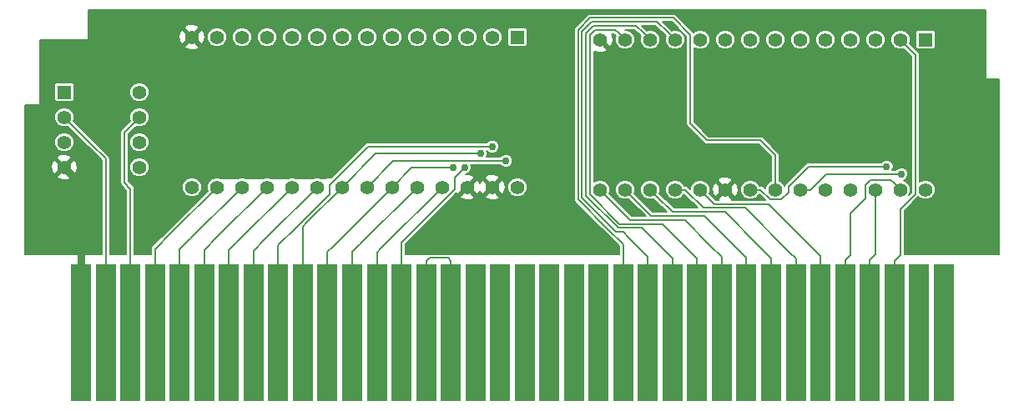
<source format=gbr>
G04 #@! TF.GenerationSoftware,KiCad,Pcbnew,(2016-12-22 revision d365dc590)-master*
G04 #@! TF.CreationDate,2016-12-28T11:12:27+01:00*
G04 #@! TF.ProjectId,mojo-nes,6D6F6A6F2D6E65732E6B696361645F70,rev?*
G04 #@! TF.FileFunction,Copper,L2,Bot,Signal*
G04 #@! TF.FilePolarity,Positive*
%FSLAX46Y46*%
G04 Gerber Fmt 4.6, Leading zero omitted, Abs format (unit mm)*
G04 Created by KiCad (PCBNEW (2016-12-22 revision d365dc590)-master) date Wed Dec 28 11:12:27 2016*
%MOMM*%
%LPD*%
G01*
G04 APERTURE LIST*
%ADD10C,0.100000*%
%ADD11R,1.397000X1.397000*%
%ADD12C,1.397000*%
%ADD13R,2.000000X14.000000*%
%ADD14C,0.889000*%
%ADD15C,0.762000*%
%ADD16C,0.762000*%
%ADD17C,0.381000*%
%ADD18C,0.203200*%
G04 APERTURE END LIST*
D10*
D11*
X184150000Y-94742000D03*
D12*
X181610000Y-94742000D03*
X179070000Y-94742000D03*
X176530000Y-94742000D03*
X173990000Y-94742000D03*
X171450000Y-94742000D03*
X168910000Y-94742000D03*
X166370000Y-94742000D03*
X163830000Y-94742000D03*
X161290000Y-94742000D03*
X158750000Y-94742000D03*
X156210000Y-94742000D03*
X153670000Y-94742000D03*
X151130000Y-94742000D03*
X151130000Y-109982000D03*
X153670000Y-109982000D03*
X156210000Y-109982000D03*
X158750000Y-109982000D03*
X161290000Y-109982000D03*
X163830000Y-109982000D03*
X166370000Y-109982000D03*
X168910000Y-109982000D03*
X171450000Y-109982000D03*
X173990000Y-109982000D03*
X176530000Y-109982000D03*
X179070000Y-109982000D03*
X181610000Y-109982000D03*
X184150000Y-109982000D03*
D11*
X142748000Y-94488000D03*
D12*
X140208000Y-94488000D03*
X137668000Y-94488000D03*
X135128000Y-94488000D03*
X132588000Y-94488000D03*
X130048000Y-94488000D03*
X127508000Y-94488000D03*
X124968000Y-94488000D03*
X122428000Y-94488000D03*
X119888000Y-94488000D03*
X117348000Y-94488000D03*
X114808000Y-94488000D03*
X112268000Y-94488000D03*
X109728000Y-94488000D03*
X109728000Y-109728000D03*
X112268000Y-109728000D03*
X114808000Y-109728000D03*
X117348000Y-109728000D03*
X119888000Y-109728000D03*
X122428000Y-109728000D03*
X124968000Y-109728000D03*
X127508000Y-109728000D03*
X130048000Y-109728000D03*
X132588000Y-109728000D03*
X135128000Y-109728000D03*
X137668000Y-109728000D03*
X140208000Y-109728000D03*
X142748000Y-109728000D03*
D11*
X96774000Y-100076000D03*
D12*
X96774000Y-102616000D03*
X96774000Y-105156000D03*
X96774000Y-107696000D03*
X104394000Y-107696000D03*
X104394000Y-105156000D03*
X104394000Y-102616000D03*
X104394000Y-100076000D03*
D13*
X185990000Y-124460000D03*
X183490000Y-124460000D03*
X180990000Y-124460000D03*
X178490000Y-124460000D03*
X175990000Y-124460000D03*
X173490000Y-124460000D03*
X170990000Y-124460000D03*
X168490000Y-124460000D03*
X165990000Y-124460000D03*
X163490000Y-124460000D03*
X160990000Y-124460000D03*
X158490000Y-124460000D03*
X155990000Y-124460000D03*
X153490000Y-124460000D03*
X150990000Y-124460000D03*
X148490000Y-124460000D03*
X145990000Y-124460000D03*
X143490000Y-124460000D03*
X140990000Y-124460000D03*
X138490000Y-124460000D03*
X135990000Y-124460000D03*
X133490000Y-124460000D03*
X130990000Y-124460000D03*
X128490000Y-124460000D03*
X125990000Y-124460000D03*
X123490000Y-124460000D03*
X120990000Y-124460000D03*
X118490000Y-124460000D03*
X115990000Y-124460000D03*
X113490000Y-124460000D03*
X110990000Y-124460000D03*
X108490000Y-124460000D03*
X105990000Y-124460000D03*
X103490000Y-124460000D03*
X100990000Y-124460000D03*
X98490000Y-124460000D03*
D14*
X186055000Y-109728000D03*
X186055000Y-111252000D03*
X186055000Y-114300000D03*
X186055000Y-115697000D03*
X186055000Y-112776000D03*
D15*
X98044000Y-97282000D03*
X147828000Y-106172000D03*
X147828000Y-104648000D03*
X147828000Y-103124000D03*
X147828000Y-101600000D03*
X147828000Y-100076000D03*
X151130000Y-100076000D03*
X151130000Y-101600000D03*
X151130000Y-103124000D03*
X151130000Y-104648000D03*
X151130000Y-106172000D03*
X181711600Y-108381800D03*
X180213000Y-107619800D03*
X141579600Y-107061000D03*
X137388600Y-107746820D03*
X136245600Y-107746820D03*
X139042800Y-106321842D03*
X140208000Y-105587800D03*
D16*
X98490000Y-124680000D02*
X98490000Y-109412000D01*
X98490000Y-109412000D02*
X96774000Y-107696000D01*
D17*
X147828000Y-106264458D02*
X147828000Y-106172000D01*
X140208000Y-109728000D02*
X141300201Y-110820201D01*
X141300201Y-110820201D02*
X143718614Y-110820201D01*
X143718614Y-110820201D02*
X147828000Y-106710815D01*
X147828000Y-106710815D02*
X147828000Y-106172000D01*
X147828000Y-104648000D02*
X147828000Y-103124000D01*
X147828000Y-101600000D02*
X147828000Y-100076000D01*
X151130000Y-100076000D02*
X151130000Y-101600000D01*
X151130000Y-103124000D02*
X151130000Y-104648000D01*
X160020000Y-106172000D02*
X163830000Y-109982000D01*
X151130000Y-106172000D02*
X160020000Y-106172000D01*
D18*
X171450000Y-109982000D02*
X172437828Y-109982000D01*
X172437828Y-109982000D02*
X174038028Y-108381800D01*
X174038028Y-108381800D02*
X181172785Y-108381800D01*
X181172785Y-108381800D02*
X181711600Y-108381800D01*
X166370000Y-109982000D02*
X167425114Y-109982000D01*
X167425114Y-109982000D02*
X168428415Y-110985301D01*
X168428415Y-110985301D02*
X169481499Y-110985301D01*
X172327314Y-107619800D02*
X179674185Y-107619800D01*
X169481499Y-110985301D02*
X170230800Y-110236000D01*
X170230800Y-110236000D02*
X170230800Y-109716314D01*
X170230800Y-109716314D02*
X172327314Y-107619800D01*
X179674185Y-107619800D02*
X180213000Y-107619800D01*
X127508000Y-109728000D02*
X130175000Y-107061000D01*
X130175000Y-107061000D02*
X138710414Y-107061000D01*
X138710414Y-107061000D02*
X141579600Y-107061000D01*
X181610000Y-111963200D02*
X183146699Y-110426501D01*
X183146699Y-110426501D02*
X183146699Y-96278699D01*
X183146699Y-96278699D02*
X182308499Y-95440499D01*
X182308499Y-95440499D02*
X181610000Y-94742000D01*
X180990000Y-117204560D02*
X180990000Y-124460000D01*
X181610000Y-116584560D02*
X180990000Y-117204560D01*
X181610000Y-116584560D02*
X181610000Y-111963200D01*
X178490000Y-117103660D02*
X178490000Y-124460000D01*
X179070000Y-116523660D02*
X178490000Y-117103660D01*
X179070000Y-116523660D02*
X179070000Y-109982000D01*
X180606699Y-108978699D02*
X180911501Y-109283501D01*
X176530000Y-112420400D02*
X178066699Y-110883701D01*
X178066699Y-110883701D02*
X178066699Y-109500415D01*
X178066699Y-109500415D02*
X178588415Y-108978699D01*
X180911501Y-109283501D02*
X181610000Y-109982000D01*
X178588415Y-108978699D02*
X180606699Y-108978699D01*
X175990000Y-117138340D02*
X175990000Y-124460000D01*
X176530000Y-116598340D02*
X175990000Y-117138340D01*
X176530000Y-116598340D02*
X176530000Y-112420400D01*
X168224180Y-111429780D02*
X162737780Y-111429780D01*
X162737780Y-111429780D02*
X161988499Y-110680499D01*
X161988499Y-110680499D02*
X161290000Y-109982000D01*
X173490000Y-116695600D02*
X173490000Y-124460000D01*
X172303440Y-115509040D02*
X173490000Y-116695600D01*
X172303440Y-115509040D02*
X168224180Y-111429780D01*
X165861990Y-111836190D02*
X161592018Y-111836190D01*
X161592018Y-111836190D02*
X159737828Y-109982000D01*
X159737828Y-109982000D02*
X158750000Y-109982000D01*
X170990000Y-116964200D02*
X170990000Y-124460000D01*
X170360340Y-116334540D02*
X170990000Y-116964200D01*
X170360340Y-116334540D02*
X165861990Y-111836190D01*
X163804600Y-112242600D02*
X158470600Y-112242600D01*
X158470600Y-112242600D02*
X156908499Y-110680499D01*
X156908499Y-110680499D02*
X156210000Y-109982000D01*
X168490000Y-116928000D02*
X168490000Y-124460000D01*
X167259000Y-115697000D02*
X168490000Y-116928000D01*
X167259000Y-115697000D02*
X163804600Y-112242600D01*
X156337010Y-112649010D02*
X154368499Y-110680499D01*
X154368499Y-110680499D02*
X153670000Y-109982000D01*
X161721810Y-112649010D02*
X156337010Y-112649010D01*
X165990000Y-116917200D02*
X165990000Y-124460000D01*
X164774880Y-115702080D02*
X165990000Y-116917200D01*
X164774880Y-115702080D02*
X161721810Y-112649010D01*
X159740619Y-113055419D02*
X154203419Y-113055419D01*
X154203419Y-113055419D02*
X151828499Y-110680499D01*
X151828499Y-110680499D02*
X151130000Y-109982000D01*
X163490000Y-116804800D02*
X163490000Y-124460000D01*
X162260280Y-115575080D02*
X163490000Y-116804800D01*
X162260280Y-115575080D02*
X159740619Y-113055419D01*
X150126699Y-110463585D02*
X150126699Y-94260415D01*
X157480029Y-113461829D02*
X153124943Y-113461829D01*
X150648415Y-93738699D02*
X152666699Y-93738699D01*
X152971501Y-94043501D02*
X153670000Y-94742000D01*
X153124943Y-113461829D02*
X150126699Y-110463585D01*
X150126699Y-94260415D02*
X150648415Y-93738699D01*
X152666699Y-93738699D02*
X152971501Y-94043501D01*
X160990000Y-116971800D02*
X160990000Y-124460000D01*
X159423100Y-115404900D02*
X160990000Y-116971800D01*
X159423100Y-115404900D02*
X157480029Y-113461829D01*
X155361439Y-113868239D02*
X152956602Y-113868238D01*
X152956602Y-113868238D02*
X149720289Y-110631925D01*
X149720289Y-110631925D02*
X149720290Y-94092074D01*
X149720290Y-94092074D02*
X150480075Y-93332289D01*
X150480075Y-93332289D02*
X154800289Y-93332289D01*
X154800289Y-93332289D02*
X155511501Y-94043501D01*
X155511501Y-94043501D02*
X156210000Y-94742000D01*
X158490000Y-116996800D02*
X158490000Y-124460000D01*
X156880440Y-115387240D02*
X158490000Y-116996800D01*
X156880440Y-115387240D02*
X155361439Y-113868239D01*
X149313881Y-110807481D02*
X149313881Y-93923733D01*
X156933879Y-92925879D02*
X158051501Y-94043501D01*
X153466848Y-114274648D02*
X152781048Y-114274648D01*
X152781048Y-114274648D02*
X149313881Y-110807481D01*
X149313881Y-93923733D02*
X150311735Y-92925879D01*
X150311735Y-92925879D02*
X156933879Y-92925879D01*
X158051501Y-94043501D02*
X158750000Y-94742000D01*
X155990000Y-116797800D02*
X155990000Y-124460000D01*
X154053540Y-114861340D02*
X155990000Y-116797800D01*
X154053540Y-114861340D02*
X153466848Y-114274648D01*
X168910000Y-106476800D02*
X168910000Y-109982000D01*
X162001200Y-104978200D02*
X167411400Y-104978200D01*
X160286699Y-103263699D02*
X162001200Y-104978200D01*
X150143395Y-92519469D02*
X158545753Y-92519469D01*
X158545753Y-92519469D02*
X160286699Y-94260415D01*
X148907472Y-93755392D02*
X150143395Y-92519469D01*
X160286699Y-94260415D02*
X160286699Y-103263699D01*
X148907471Y-110975821D02*
X148907472Y-93755392D01*
X167411400Y-104978200D02*
X168910000Y-106476800D01*
X153490000Y-115558350D02*
X153490000Y-124460000D01*
X151848465Y-113916815D02*
X153490000Y-115558350D01*
X151848465Y-113916815D02*
X148907471Y-110975821D01*
X133490000Y-117256800D02*
X133836800Y-116910000D01*
X133490000Y-124460000D02*
X133490000Y-117256800D01*
X135990000Y-117210000D02*
X135990000Y-124460000D01*
X135690000Y-116910000D02*
X135990000Y-117210000D01*
X133836800Y-116910000D02*
X135690000Y-116910000D01*
X137007601Y-108127819D02*
X137388600Y-107746820D01*
X136398000Y-108737420D02*
X137007601Y-108127819D01*
X136398000Y-109942886D02*
X136398000Y-108737420D01*
X130990000Y-115350886D02*
X130990000Y-124460000D01*
X131135501Y-115205385D02*
X130990000Y-115350886D01*
X131135501Y-115205385D02*
X136398000Y-109942886D01*
X128490000Y-116366000D02*
X128490000Y-124460000D01*
X128882140Y-115973860D02*
X128490000Y-116366000D01*
X128882140Y-115973860D02*
X135128000Y-109728000D01*
X125990000Y-116326000D02*
X125990000Y-124460000D01*
X126773940Y-115542060D02*
X125990000Y-116326000D01*
X126773940Y-115542060D02*
X132588000Y-109728000D01*
X130048000Y-109728000D02*
X132029180Y-107746820D01*
X132029180Y-107746820D02*
X135706785Y-107746820D01*
X135706785Y-107746820D02*
X136245600Y-107746820D01*
X123490000Y-116286000D02*
X123490000Y-124460000D01*
X124008865Y-115767135D02*
X123490000Y-116286000D01*
X124008865Y-115767135D02*
X130048000Y-109728000D01*
X123490000Y-116286000D02*
X123490000Y-130508642D01*
X128374158Y-106321842D02*
X138503985Y-106321842D01*
X138503985Y-106321842D02*
X139042800Y-106321842D01*
X124968000Y-109728000D02*
X128374158Y-106321842D01*
X120990000Y-113706000D02*
X120990000Y-124460000D01*
X121336525Y-113359475D02*
X120990000Y-113706000D01*
X121336525Y-113359475D02*
X124968000Y-109728000D01*
X127623314Y-105587800D02*
X139669185Y-105587800D01*
X123698000Y-109513114D02*
X127623314Y-105587800D01*
X123698000Y-110423250D02*
X123698000Y-109513114D01*
X139669185Y-105587800D02*
X140208000Y-105587800D01*
X118490000Y-115631250D02*
X118490000Y-124460000D01*
X120306745Y-113814505D02*
X118490000Y-115631250D01*
X120306745Y-113814505D02*
X123698000Y-110423250D01*
X115990000Y-116166000D02*
X115990000Y-124460000D01*
X117114320Y-115041680D02*
X115990000Y-116166000D01*
X117114320Y-115041680D02*
X122428000Y-109728000D01*
X113490000Y-116126000D02*
X113490000Y-124460000D01*
X114259360Y-115356640D02*
X113490000Y-116126000D01*
X114259360Y-115356640D02*
X119888000Y-109728000D01*
X110990000Y-116086000D02*
X110990000Y-124460000D01*
X112288320Y-114787680D02*
X110990000Y-116086000D01*
X112288320Y-114787680D02*
X117348000Y-109728000D01*
X108490000Y-116046000D02*
X108490000Y-124460000D01*
X109565440Y-114970560D02*
X108490000Y-116046000D01*
X109565440Y-114970560D02*
X114808000Y-109728000D01*
X105990000Y-116006000D02*
X105990000Y-124460000D01*
X107624880Y-114371120D02*
X105990000Y-116006000D01*
X107624880Y-114371120D02*
X112268000Y-109728000D01*
X102870000Y-104140000D02*
X104394000Y-102616000D01*
X103490000Y-109896797D02*
X103490000Y-124460000D01*
X102870000Y-109276797D02*
X103490000Y-109896797D01*
X102870000Y-109276797D02*
X102870000Y-104140000D01*
X100990000Y-106832000D02*
X100990000Y-124460000D01*
X99490581Y-105332581D02*
X100990000Y-106832000D01*
X99490581Y-105332581D02*
X96774000Y-102616000D01*
G36*
X190220600Y-98628200D02*
X190228334Y-98667081D01*
X190250358Y-98700042D01*
X190283319Y-98722066D01*
X190322200Y-98729800D01*
X191617600Y-98729800D01*
X191617600Y-116560600D01*
X182016400Y-116560600D01*
X182016400Y-112131536D01*
X183434068Y-110713869D01*
X183445648Y-110696538D01*
X183580934Y-110832061D01*
X183949556Y-110985126D01*
X184348693Y-110985474D01*
X184717581Y-110833052D01*
X185000061Y-110551066D01*
X185153126Y-110182444D01*
X185153474Y-109783307D01*
X185001052Y-109414419D01*
X184719066Y-109131939D01*
X184350444Y-108978874D01*
X183951307Y-108978526D01*
X183582419Y-109130948D01*
X183553099Y-109160217D01*
X183553099Y-96278699D01*
X183522164Y-96123176D01*
X183434067Y-95991331D01*
X182546246Y-95103510D01*
X182613126Y-94942444D01*
X182613474Y-94543307D01*
X182461052Y-94174419D01*
X182330362Y-94043500D01*
X183140729Y-94043500D01*
X183140729Y-95440500D01*
X183164385Y-95559427D01*
X183231752Y-95660248D01*
X183332573Y-95727615D01*
X183451500Y-95751271D01*
X184848500Y-95751271D01*
X184967427Y-95727615D01*
X185068248Y-95660248D01*
X185135615Y-95559427D01*
X185159271Y-95440500D01*
X185159271Y-94043500D01*
X185135615Y-93924573D01*
X185068248Y-93823752D01*
X184967427Y-93756385D01*
X184848500Y-93732729D01*
X183451500Y-93732729D01*
X183332573Y-93756385D01*
X183231752Y-93823752D01*
X183164385Y-93924573D01*
X183140729Y-94043500D01*
X182330362Y-94043500D01*
X182179066Y-93891939D01*
X181810444Y-93738874D01*
X181411307Y-93738526D01*
X181042419Y-93890948D01*
X180759939Y-94172934D01*
X180606874Y-94541556D01*
X180606526Y-94940693D01*
X180758948Y-95309581D01*
X181040934Y-95592061D01*
X181409556Y-95745126D01*
X181808693Y-95745474D01*
X181971477Y-95678213D01*
X182740299Y-96447035D01*
X182740299Y-110258164D01*
X182469053Y-110529410D01*
X182613126Y-110182444D01*
X182613474Y-109783307D01*
X182461052Y-109414419D01*
X182179066Y-109131939D01*
X181936130Y-109031063D01*
X182099567Y-108963532D01*
X182292654Y-108770782D01*
X182397281Y-108518813D01*
X182397519Y-108245984D01*
X182293332Y-107993833D01*
X182100582Y-107800746D01*
X181848613Y-107696119D01*
X181575784Y-107695881D01*
X181323633Y-107800068D01*
X181147994Y-107975400D01*
X180807915Y-107975400D01*
X180898681Y-107756813D01*
X180898919Y-107483984D01*
X180794732Y-107231833D01*
X180601982Y-107038746D01*
X180350013Y-106934119D01*
X180077184Y-106933881D01*
X179825033Y-107038068D01*
X179649394Y-107213400D01*
X172327314Y-107213400D01*
X172171792Y-107244334D01*
X172039946Y-107332431D01*
X169943432Y-109428946D01*
X169855335Y-109560791D01*
X169844350Y-109616016D01*
X169761052Y-109414419D01*
X169479066Y-109131939D01*
X169316400Y-109064394D01*
X169316400Y-106476800D01*
X169285465Y-106321277D01*
X169197368Y-106189431D01*
X167698768Y-104690832D01*
X167566923Y-104602735D01*
X167411400Y-104571800D01*
X162169537Y-104571800D01*
X160693099Y-103095363D01*
X160693099Y-95564177D01*
X160720934Y-95592061D01*
X161089556Y-95745126D01*
X161488693Y-95745474D01*
X161857581Y-95593052D01*
X162140061Y-95311066D01*
X162293126Y-94942444D01*
X162293127Y-94940693D01*
X162826526Y-94940693D01*
X162978948Y-95309581D01*
X163260934Y-95592061D01*
X163629556Y-95745126D01*
X164028693Y-95745474D01*
X164397581Y-95593052D01*
X164680061Y-95311066D01*
X164833126Y-94942444D01*
X164833127Y-94940693D01*
X165366526Y-94940693D01*
X165518948Y-95309581D01*
X165800934Y-95592061D01*
X166169556Y-95745126D01*
X166568693Y-95745474D01*
X166937581Y-95593052D01*
X167220061Y-95311066D01*
X167373126Y-94942444D01*
X167373127Y-94940693D01*
X167906526Y-94940693D01*
X168058948Y-95309581D01*
X168340934Y-95592061D01*
X168709556Y-95745126D01*
X169108693Y-95745474D01*
X169477581Y-95593052D01*
X169760061Y-95311066D01*
X169913126Y-94942444D01*
X169913127Y-94940693D01*
X170446526Y-94940693D01*
X170598948Y-95309581D01*
X170880934Y-95592061D01*
X171249556Y-95745126D01*
X171648693Y-95745474D01*
X172017581Y-95593052D01*
X172300061Y-95311066D01*
X172453126Y-94942444D01*
X172453127Y-94940693D01*
X172986526Y-94940693D01*
X173138948Y-95309581D01*
X173420934Y-95592061D01*
X173789556Y-95745126D01*
X174188693Y-95745474D01*
X174557581Y-95593052D01*
X174840061Y-95311066D01*
X174993126Y-94942444D01*
X174993127Y-94940693D01*
X175526526Y-94940693D01*
X175678948Y-95309581D01*
X175960934Y-95592061D01*
X176329556Y-95745126D01*
X176728693Y-95745474D01*
X177097581Y-95593052D01*
X177380061Y-95311066D01*
X177533126Y-94942444D01*
X177533127Y-94940693D01*
X178066526Y-94940693D01*
X178218948Y-95309581D01*
X178500934Y-95592061D01*
X178869556Y-95745126D01*
X179268693Y-95745474D01*
X179637581Y-95593052D01*
X179920061Y-95311066D01*
X180073126Y-94942444D01*
X180073474Y-94543307D01*
X179921052Y-94174419D01*
X179639066Y-93891939D01*
X179270444Y-93738874D01*
X178871307Y-93738526D01*
X178502419Y-93890948D01*
X178219939Y-94172934D01*
X178066874Y-94541556D01*
X178066526Y-94940693D01*
X177533127Y-94940693D01*
X177533474Y-94543307D01*
X177381052Y-94174419D01*
X177099066Y-93891939D01*
X176730444Y-93738874D01*
X176331307Y-93738526D01*
X175962419Y-93890948D01*
X175679939Y-94172934D01*
X175526874Y-94541556D01*
X175526526Y-94940693D01*
X174993127Y-94940693D01*
X174993474Y-94543307D01*
X174841052Y-94174419D01*
X174559066Y-93891939D01*
X174190444Y-93738874D01*
X173791307Y-93738526D01*
X173422419Y-93890948D01*
X173139939Y-94172934D01*
X172986874Y-94541556D01*
X172986526Y-94940693D01*
X172453127Y-94940693D01*
X172453474Y-94543307D01*
X172301052Y-94174419D01*
X172019066Y-93891939D01*
X171650444Y-93738874D01*
X171251307Y-93738526D01*
X170882419Y-93890948D01*
X170599939Y-94172934D01*
X170446874Y-94541556D01*
X170446526Y-94940693D01*
X169913127Y-94940693D01*
X169913474Y-94543307D01*
X169761052Y-94174419D01*
X169479066Y-93891939D01*
X169110444Y-93738874D01*
X168711307Y-93738526D01*
X168342419Y-93890948D01*
X168059939Y-94172934D01*
X167906874Y-94541556D01*
X167906526Y-94940693D01*
X167373127Y-94940693D01*
X167373474Y-94543307D01*
X167221052Y-94174419D01*
X166939066Y-93891939D01*
X166570444Y-93738874D01*
X166171307Y-93738526D01*
X165802419Y-93890948D01*
X165519939Y-94172934D01*
X165366874Y-94541556D01*
X165366526Y-94940693D01*
X164833127Y-94940693D01*
X164833474Y-94543307D01*
X164681052Y-94174419D01*
X164399066Y-93891939D01*
X164030444Y-93738874D01*
X163631307Y-93738526D01*
X163262419Y-93890948D01*
X162979939Y-94172934D01*
X162826874Y-94541556D01*
X162826526Y-94940693D01*
X162293127Y-94940693D01*
X162293474Y-94543307D01*
X162141052Y-94174419D01*
X161859066Y-93891939D01*
X161490444Y-93738874D01*
X161091307Y-93738526D01*
X160722419Y-93890948D01*
X160600519Y-94012635D01*
X160574067Y-93973046D01*
X158833121Y-92232101D01*
X158701276Y-92144004D01*
X158545753Y-92113069D01*
X150143395Y-92113069D01*
X149987872Y-92144004D01*
X149856027Y-92232101D01*
X148620104Y-93468024D01*
X148532007Y-93599869D01*
X148501072Y-93755392D01*
X148501071Y-110975821D01*
X148532006Y-111131344D01*
X148558550Y-111171069D01*
X148620103Y-111263189D01*
X153083600Y-115726686D01*
X153083600Y-116560600D01*
X135884532Y-116560600D01*
X135845523Y-116534535D01*
X135690000Y-116503600D01*
X133836800Y-116503600D01*
X133681277Y-116534535D01*
X133642268Y-116560600D01*
X131396400Y-116560600D01*
X131396400Y-115519223D01*
X131422869Y-115492754D01*
X131422871Y-115492751D01*
X136251515Y-110664107D01*
X136947419Y-110664107D01*
X137012484Y-110889519D01*
X137506876Y-111051958D01*
X138025798Y-111012838D01*
X138323516Y-110889519D01*
X138388581Y-110664107D01*
X139487419Y-110664107D01*
X139552484Y-110889519D01*
X140046876Y-111051958D01*
X140565798Y-111012838D01*
X140863516Y-110889519D01*
X140928581Y-110664107D01*
X140208000Y-109943526D01*
X139487419Y-110664107D01*
X138388581Y-110664107D01*
X137668000Y-109943526D01*
X136947419Y-110664107D01*
X136251515Y-110664107D01*
X136526367Y-110389256D01*
X136731893Y-110448581D01*
X137452474Y-109728000D01*
X137883526Y-109728000D01*
X138604107Y-110448581D01*
X138829519Y-110383516D01*
X138925491Y-110091420D01*
X139046481Y-110383516D01*
X139271893Y-110448581D01*
X139992474Y-109728000D01*
X140423526Y-109728000D01*
X141144107Y-110448581D01*
X141369519Y-110383516D01*
X141519614Y-109926693D01*
X141744526Y-109926693D01*
X141896948Y-110295581D01*
X142178934Y-110578061D01*
X142547556Y-110731126D01*
X142946693Y-110731474D01*
X143315581Y-110579052D01*
X143598061Y-110297066D01*
X143751126Y-109928444D01*
X143751474Y-109529307D01*
X143599052Y-109160419D01*
X143317066Y-108877939D01*
X142948444Y-108724874D01*
X142549307Y-108724526D01*
X142180419Y-108876948D01*
X141897939Y-109158934D01*
X141744874Y-109527556D01*
X141744526Y-109926693D01*
X141519614Y-109926693D01*
X141531958Y-109889124D01*
X141492838Y-109370202D01*
X141369519Y-109072484D01*
X141144107Y-109007419D01*
X140423526Y-109728000D01*
X139992474Y-109728000D01*
X139271893Y-109007419D01*
X139046481Y-109072484D01*
X138950509Y-109364580D01*
X138829519Y-109072484D01*
X138604107Y-109007419D01*
X137883526Y-109728000D01*
X137452474Y-109728000D01*
X137438332Y-109713858D01*
X137653858Y-109498332D01*
X137668000Y-109512474D01*
X138388581Y-108791893D01*
X139487419Y-108791893D01*
X140208000Y-109512474D01*
X140928581Y-108791893D01*
X140863516Y-108566481D01*
X140369124Y-108404042D01*
X139850202Y-108443162D01*
X139552484Y-108566481D01*
X139487419Y-108791893D01*
X138388581Y-108791893D01*
X138323516Y-108566481D01*
X137829124Y-108404042D01*
X137541366Y-108425735D01*
X137776567Y-108328552D01*
X137969654Y-108135802D01*
X138074281Y-107883833D01*
X138074519Y-107611004D01*
X138015183Y-107467400D01*
X141016269Y-107467400D01*
X141190618Y-107642054D01*
X141442587Y-107746681D01*
X141715416Y-107746919D01*
X141967567Y-107642732D01*
X142160654Y-107449982D01*
X142265281Y-107198013D01*
X142265519Y-106925184D01*
X142161332Y-106673033D01*
X141968582Y-106479946D01*
X141716613Y-106375319D01*
X141443784Y-106375081D01*
X141191633Y-106479268D01*
X141015994Y-106654600D01*
X139647200Y-106654600D01*
X139728481Y-106458855D01*
X139728719Y-106186026D01*
X139652840Y-106002386D01*
X139819018Y-106168854D01*
X140070987Y-106273481D01*
X140343816Y-106273719D01*
X140595967Y-106169532D01*
X140789054Y-105976782D01*
X140893681Y-105724813D01*
X140893919Y-105451984D01*
X140789732Y-105199833D01*
X140596982Y-105006746D01*
X140345013Y-104902119D01*
X140072184Y-104901881D01*
X139820033Y-105006068D01*
X139644394Y-105181400D01*
X127623314Y-105181400D01*
X127467791Y-105212335D01*
X127335946Y-105300432D01*
X123846796Y-108789582D01*
X122789788Y-108791870D01*
X122628444Y-108724874D01*
X122229307Y-108724526D01*
X122062514Y-108793444D01*
X120262959Y-108797339D01*
X120088444Y-108724874D01*
X119689307Y-108724526D01*
X119509138Y-108798971D01*
X117736131Y-108802808D01*
X117548444Y-108724874D01*
X117149307Y-108724526D01*
X116955762Y-108804497D01*
X115209303Y-108808278D01*
X115008444Y-108724874D01*
X114609307Y-108724526D01*
X114402386Y-108810024D01*
X112750380Y-108813600D01*
X112710578Y-108821815D01*
X112707307Y-108824059D01*
X112468444Y-108724874D01*
X112069307Y-108724526D01*
X111700419Y-108876948D01*
X111417939Y-109158934D01*
X111264874Y-109527556D01*
X111264526Y-109926693D01*
X111331787Y-110089477D01*
X107337514Y-114083750D01*
X107337511Y-114083752D01*
X105702632Y-115718632D01*
X105614535Y-115850477D01*
X105583600Y-116006000D01*
X105583600Y-116560600D01*
X103896400Y-116560600D01*
X103896400Y-109926693D01*
X108724526Y-109926693D01*
X108876948Y-110295581D01*
X109158934Y-110578061D01*
X109527556Y-110731126D01*
X109926693Y-110731474D01*
X110295581Y-110579052D01*
X110578061Y-110297066D01*
X110731126Y-109928444D01*
X110731474Y-109529307D01*
X110579052Y-109160419D01*
X110297066Y-108877939D01*
X109928444Y-108724874D01*
X109529307Y-108724526D01*
X109160419Y-108876948D01*
X108877939Y-109158934D01*
X108724874Y-109527556D01*
X108724526Y-109926693D01*
X103896400Y-109926693D01*
X103896400Y-109896797D01*
X103865465Y-109741274D01*
X103777368Y-109609429D01*
X103276400Y-109108461D01*
X103276400Y-107894693D01*
X103390526Y-107894693D01*
X103542948Y-108263581D01*
X103824934Y-108546061D01*
X104193556Y-108699126D01*
X104592693Y-108699474D01*
X104961581Y-108547052D01*
X105244061Y-108265066D01*
X105397126Y-107896444D01*
X105397474Y-107497307D01*
X105245052Y-107128419D01*
X104963066Y-106845939D01*
X104594444Y-106692874D01*
X104195307Y-106692526D01*
X103826419Y-106844948D01*
X103543939Y-107126934D01*
X103390874Y-107495556D01*
X103390526Y-107894693D01*
X103276400Y-107894693D01*
X103276400Y-105354693D01*
X103390526Y-105354693D01*
X103542948Y-105723581D01*
X103824934Y-106006061D01*
X104193556Y-106159126D01*
X104592693Y-106159474D01*
X104961581Y-106007052D01*
X105244061Y-105725066D01*
X105397126Y-105356444D01*
X105397474Y-104957307D01*
X105245052Y-104588419D01*
X104963066Y-104305939D01*
X104594444Y-104152874D01*
X104195307Y-104152526D01*
X103826419Y-104304948D01*
X103543939Y-104586934D01*
X103390874Y-104955556D01*
X103390526Y-105354693D01*
X103276400Y-105354693D01*
X103276400Y-104308336D01*
X104032491Y-103552246D01*
X104193556Y-103619126D01*
X104592693Y-103619474D01*
X104961581Y-103467052D01*
X105244061Y-103185066D01*
X105397126Y-102816444D01*
X105397474Y-102417307D01*
X105245052Y-102048419D01*
X104963066Y-101765939D01*
X104594444Y-101612874D01*
X104195307Y-101612526D01*
X103826419Y-101764948D01*
X103543939Y-102046934D01*
X103390874Y-102415556D01*
X103390526Y-102814693D01*
X103457787Y-102977476D01*
X102582632Y-103852632D01*
X102494535Y-103984477D01*
X102463600Y-104140000D01*
X102463600Y-109276797D01*
X102494535Y-109432320D01*
X102564138Y-109536487D01*
X102582632Y-109564165D01*
X103083600Y-110065133D01*
X103083600Y-116560600D01*
X101396400Y-116560600D01*
X101396400Y-106832000D01*
X101365465Y-106676477D01*
X101277368Y-106544632D01*
X97710246Y-102977510D01*
X97777126Y-102816444D01*
X97777474Y-102417307D01*
X97625052Y-102048419D01*
X97343066Y-101765939D01*
X96974444Y-101612874D01*
X96575307Y-101612526D01*
X96206419Y-101764948D01*
X95923939Y-102046934D01*
X95770874Y-102415556D01*
X95770526Y-102814693D01*
X95922948Y-103183581D01*
X96204934Y-103466061D01*
X96573556Y-103619126D01*
X96972693Y-103619474D01*
X97135477Y-103552213D01*
X100583600Y-107000336D01*
X100583600Y-116560600D01*
X92837000Y-116560600D01*
X92837000Y-108632107D01*
X96053419Y-108632107D01*
X96118484Y-108857519D01*
X96612876Y-109019958D01*
X97131798Y-108980838D01*
X97429516Y-108857519D01*
X97494581Y-108632107D01*
X96774000Y-107911526D01*
X96053419Y-108632107D01*
X92837000Y-108632107D01*
X92837000Y-107534876D01*
X95450042Y-107534876D01*
X95489162Y-108053798D01*
X95612481Y-108351516D01*
X95837893Y-108416581D01*
X96558474Y-107696000D01*
X96989526Y-107696000D01*
X97710107Y-108416581D01*
X97935519Y-108351516D01*
X98097958Y-107857124D01*
X98058838Y-107338202D01*
X97935519Y-107040484D01*
X97710107Y-106975419D01*
X96989526Y-107696000D01*
X96558474Y-107696000D01*
X95837893Y-106975419D01*
X95612481Y-107040484D01*
X95450042Y-107534876D01*
X92837000Y-107534876D01*
X92837000Y-106759893D01*
X96053419Y-106759893D01*
X96774000Y-107480474D01*
X97494581Y-106759893D01*
X97429516Y-106534481D01*
X96935124Y-106372042D01*
X96416202Y-106411162D01*
X96118484Y-106534481D01*
X96053419Y-106759893D01*
X92837000Y-106759893D01*
X92837000Y-105354693D01*
X95770526Y-105354693D01*
X95922948Y-105723581D01*
X96204934Y-106006061D01*
X96573556Y-106159126D01*
X96972693Y-106159474D01*
X97341581Y-106007052D01*
X97624061Y-105725066D01*
X97777126Y-105356444D01*
X97777474Y-104957307D01*
X97625052Y-104588419D01*
X97343066Y-104305939D01*
X96974444Y-104152874D01*
X96575307Y-104152526D01*
X96206419Y-104304948D01*
X95923939Y-104586934D01*
X95770874Y-104955556D01*
X95770526Y-105354693D01*
X92837000Y-105354693D01*
X92837000Y-101371400D01*
X94259400Y-101371400D01*
X94298281Y-101363666D01*
X94331242Y-101341642D01*
X94353266Y-101308681D01*
X94360997Y-101269018D01*
X94346447Y-99377500D01*
X95764729Y-99377500D01*
X95764729Y-100774500D01*
X95788385Y-100893427D01*
X95855752Y-100994248D01*
X95956573Y-101061615D01*
X96075500Y-101085271D01*
X97472500Y-101085271D01*
X97591427Y-101061615D01*
X97692248Y-100994248D01*
X97759615Y-100893427D01*
X97783271Y-100774500D01*
X97783271Y-100274693D01*
X103390526Y-100274693D01*
X103542948Y-100643581D01*
X103824934Y-100926061D01*
X104193556Y-101079126D01*
X104592693Y-101079474D01*
X104961581Y-100927052D01*
X105244061Y-100645066D01*
X105397126Y-100276444D01*
X105397474Y-99877307D01*
X105245052Y-99508419D01*
X104963066Y-99225939D01*
X104594444Y-99072874D01*
X104195307Y-99072526D01*
X103826419Y-99224948D01*
X103543939Y-99506934D01*
X103390874Y-99875556D01*
X103390526Y-100274693D01*
X97783271Y-100274693D01*
X97783271Y-99377500D01*
X97759615Y-99258573D01*
X97692248Y-99157752D01*
X97591427Y-99090385D01*
X97472500Y-99066729D01*
X96075500Y-99066729D01*
X95956573Y-99090385D01*
X95855752Y-99157752D01*
X95788385Y-99258573D01*
X95764729Y-99377500D01*
X94346447Y-99377500D01*
X94316037Y-95424107D01*
X109007419Y-95424107D01*
X109072484Y-95649519D01*
X109566876Y-95811958D01*
X110085798Y-95772838D01*
X110383516Y-95649519D01*
X110448581Y-95424107D01*
X109728000Y-94703526D01*
X109007419Y-95424107D01*
X94316037Y-95424107D01*
X94310985Y-94767400D01*
X99161600Y-94767400D01*
X99200481Y-94759666D01*
X99233442Y-94737642D01*
X99255466Y-94704681D01*
X99263200Y-94665800D01*
X99263200Y-94326876D01*
X108404042Y-94326876D01*
X108443162Y-94845798D01*
X108566481Y-95143516D01*
X108791893Y-95208581D01*
X109512474Y-94488000D01*
X109943526Y-94488000D01*
X110664107Y-95208581D01*
X110889519Y-95143516D01*
X111039614Y-94686693D01*
X111264526Y-94686693D01*
X111416948Y-95055581D01*
X111698934Y-95338061D01*
X112067556Y-95491126D01*
X112466693Y-95491474D01*
X112835581Y-95339052D01*
X113118061Y-95057066D01*
X113271126Y-94688444D01*
X113271127Y-94686693D01*
X113804526Y-94686693D01*
X113956948Y-95055581D01*
X114238934Y-95338061D01*
X114607556Y-95491126D01*
X115006693Y-95491474D01*
X115375581Y-95339052D01*
X115658061Y-95057066D01*
X115811126Y-94688444D01*
X115811127Y-94686693D01*
X116344526Y-94686693D01*
X116496948Y-95055581D01*
X116778934Y-95338061D01*
X117147556Y-95491126D01*
X117546693Y-95491474D01*
X117915581Y-95339052D01*
X118198061Y-95057066D01*
X118351126Y-94688444D01*
X118351127Y-94686693D01*
X118884526Y-94686693D01*
X119036948Y-95055581D01*
X119318934Y-95338061D01*
X119687556Y-95491126D01*
X120086693Y-95491474D01*
X120455581Y-95339052D01*
X120738061Y-95057066D01*
X120891126Y-94688444D01*
X120891127Y-94686693D01*
X121424526Y-94686693D01*
X121576948Y-95055581D01*
X121858934Y-95338061D01*
X122227556Y-95491126D01*
X122626693Y-95491474D01*
X122995581Y-95339052D01*
X123278061Y-95057066D01*
X123431126Y-94688444D01*
X123431127Y-94686693D01*
X123964526Y-94686693D01*
X124116948Y-95055581D01*
X124398934Y-95338061D01*
X124767556Y-95491126D01*
X125166693Y-95491474D01*
X125535581Y-95339052D01*
X125818061Y-95057066D01*
X125971126Y-94688444D01*
X125971127Y-94686693D01*
X126504526Y-94686693D01*
X126656948Y-95055581D01*
X126938934Y-95338061D01*
X127307556Y-95491126D01*
X127706693Y-95491474D01*
X128075581Y-95339052D01*
X128358061Y-95057066D01*
X128511126Y-94688444D01*
X128511127Y-94686693D01*
X129044526Y-94686693D01*
X129196948Y-95055581D01*
X129478934Y-95338061D01*
X129847556Y-95491126D01*
X130246693Y-95491474D01*
X130615581Y-95339052D01*
X130898061Y-95057066D01*
X131051126Y-94688444D01*
X131051127Y-94686693D01*
X131584526Y-94686693D01*
X131736948Y-95055581D01*
X132018934Y-95338061D01*
X132387556Y-95491126D01*
X132786693Y-95491474D01*
X133155581Y-95339052D01*
X133438061Y-95057066D01*
X133591126Y-94688444D01*
X133591127Y-94686693D01*
X134124526Y-94686693D01*
X134276948Y-95055581D01*
X134558934Y-95338061D01*
X134927556Y-95491126D01*
X135326693Y-95491474D01*
X135695581Y-95339052D01*
X135978061Y-95057066D01*
X136131126Y-94688444D01*
X136131127Y-94686693D01*
X136664526Y-94686693D01*
X136816948Y-95055581D01*
X137098934Y-95338061D01*
X137467556Y-95491126D01*
X137866693Y-95491474D01*
X138235581Y-95339052D01*
X138518061Y-95057066D01*
X138671126Y-94688444D01*
X138671127Y-94686693D01*
X139204526Y-94686693D01*
X139356948Y-95055581D01*
X139638934Y-95338061D01*
X140007556Y-95491126D01*
X140406693Y-95491474D01*
X140775581Y-95339052D01*
X141058061Y-95057066D01*
X141211126Y-94688444D01*
X141211474Y-94289307D01*
X141059052Y-93920419D01*
X140928362Y-93789500D01*
X141738729Y-93789500D01*
X141738729Y-95186500D01*
X141762385Y-95305427D01*
X141829752Y-95406248D01*
X141930573Y-95473615D01*
X142049500Y-95497271D01*
X143446500Y-95497271D01*
X143565427Y-95473615D01*
X143666248Y-95406248D01*
X143733615Y-95305427D01*
X143757271Y-95186500D01*
X143757271Y-93789500D01*
X143733615Y-93670573D01*
X143666248Y-93569752D01*
X143565427Y-93502385D01*
X143446500Y-93478729D01*
X142049500Y-93478729D01*
X141930573Y-93502385D01*
X141829752Y-93569752D01*
X141762385Y-93670573D01*
X141738729Y-93789500D01*
X140928362Y-93789500D01*
X140777066Y-93637939D01*
X140408444Y-93484874D01*
X140009307Y-93484526D01*
X139640419Y-93636948D01*
X139357939Y-93918934D01*
X139204874Y-94287556D01*
X139204526Y-94686693D01*
X138671127Y-94686693D01*
X138671474Y-94289307D01*
X138519052Y-93920419D01*
X138237066Y-93637939D01*
X137868444Y-93484874D01*
X137469307Y-93484526D01*
X137100419Y-93636948D01*
X136817939Y-93918934D01*
X136664874Y-94287556D01*
X136664526Y-94686693D01*
X136131127Y-94686693D01*
X136131474Y-94289307D01*
X135979052Y-93920419D01*
X135697066Y-93637939D01*
X135328444Y-93484874D01*
X134929307Y-93484526D01*
X134560419Y-93636948D01*
X134277939Y-93918934D01*
X134124874Y-94287556D01*
X134124526Y-94686693D01*
X133591127Y-94686693D01*
X133591474Y-94289307D01*
X133439052Y-93920419D01*
X133157066Y-93637939D01*
X132788444Y-93484874D01*
X132389307Y-93484526D01*
X132020419Y-93636948D01*
X131737939Y-93918934D01*
X131584874Y-94287556D01*
X131584526Y-94686693D01*
X131051127Y-94686693D01*
X131051474Y-94289307D01*
X130899052Y-93920419D01*
X130617066Y-93637939D01*
X130248444Y-93484874D01*
X129849307Y-93484526D01*
X129480419Y-93636948D01*
X129197939Y-93918934D01*
X129044874Y-94287556D01*
X129044526Y-94686693D01*
X128511127Y-94686693D01*
X128511474Y-94289307D01*
X128359052Y-93920419D01*
X128077066Y-93637939D01*
X127708444Y-93484874D01*
X127309307Y-93484526D01*
X126940419Y-93636948D01*
X126657939Y-93918934D01*
X126504874Y-94287556D01*
X126504526Y-94686693D01*
X125971127Y-94686693D01*
X125971474Y-94289307D01*
X125819052Y-93920419D01*
X125537066Y-93637939D01*
X125168444Y-93484874D01*
X124769307Y-93484526D01*
X124400419Y-93636948D01*
X124117939Y-93918934D01*
X123964874Y-94287556D01*
X123964526Y-94686693D01*
X123431127Y-94686693D01*
X123431474Y-94289307D01*
X123279052Y-93920419D01*
X122997066Y-93637939D01*
X122628444Y-93484874D01*
X122229307Y-93484526D01*
X121860419Y-93636948D01*
X121577939Y-93918934D01*
X121424874Y-94287556D01*
X121424526Y-94686693D01*
X120891127Y-94686693D01*
X120891474Y-94289307D01*
X120739052Y-93920419D01*
X120457066Y-93637939D01*
X120088444Y-93484874D01*
X119689307Y-93484526D01*
X119320419Y-93636948D01*
X119037939Y-93918934D01*
X118884874Y-94287556D01*
X118884526Y-94686693D01*
X118351127Y-94686693D01*
X118351474Y-94289307D01*
X118199052Y-93920419D01*
X117917066Y-93637939D01*
X117548444Y-93484874D01*
X117149307Y-93484526D01*
X116780419Y-93636948D01*
X116497939Y-93918934D01*
X116344874Y-94287556D01*
X116344526Y-94686693D01*
X115811127Y-94686693D01*
X115811474Y-94289307D01*
X115659052Y-93920419D01*
X115377066Y-93637939D01*
X115008444Y-93484874D01*
X114609307Y-93484526D01*
X114240419Y-93636948D01*
X113957939Y-93918934D01*
X113804874Y-94287556D01*
X113804526Y-94686693D01*
X113271127Y-94686693D01*
X113271474Y-94289307D01*
X113119052Y-93920419D01*
X112837066Y-93637939D01*
X112468444Y-93484874D01*
X112069307Y-93484526D01*
X111700419Y-93636948D01*
X111417939Y-93918934D01*
X111264874Y-94287556D01*
X111264526Y-94686693D01*
X111039614Y-94686693D01*
X111051958Y-94649124D01*
X111012838Y-94130202D01*
X110889519Y-93832484D01*
X110664107Y-93767419D01*
X109943526Y-94488000D01*
X109512474Y-94488000D01*
X108791893Y-93767419D01*
X108566481Y-93832484D01*
X108404042Y-94326876D01*
X99263200Y-94326876D01*
X99263200Y-93551893D01*
X109007419Y-93551893D01*
X109728000Y-94272474D01*
X110448581Y-93551893D01*
X110383516Y-93326481D01*
X109889124Y-93164042D01*
X109370202Y-93203162D01*
X109072484Y-93326481D01*
X109007419Y-93551893D01*
X99263200Y-93551893D01*
X99263200Y-91770200D01*
X190220600Y-91770200D01*
X190220600Y-98628200D01*
X190220600Y-98628200D01*
G37*
X190220600Y-98628200D02*
X190228334Y-98667081D01*
X190250358Y-98700042D01*
X190283319Y-98722066D01*
X190322200Y-98729800D01*
X191617600Y-98729800D01*
X191617600Y-116560600D01*
X182016400Y-116560600D01*
X182016400Y-112131536D01*
X183434068Y-110713869D01*
X183445648Y-110696538D01*
X183580934Y-110832061D01*
X183949556Y-110985126D01*
X184348693Y-110985474D01*
X184717581Y-110833052D01*
X185000061Y-110551066D01*
X185153126Y-110182444D01*
X185153474Y-109783307D01*
X185001052Y-109414419D01*
X184719066Y-109131939D01*
X184350444Y-108978874D01*
X183951307Y-108978526D01*
X183582419Y-109130948D01*
X183553099Y-109160217D01*
X183553099Y-96278699D01*
X183522164Y-96123176D01*
X183434067Y-95991331D01*
X182546246Y-95103510D01*
X182613126Y-94942444D01*
X182613474Y-94543307D01*
X182461052Y-94174419D01*
X182330362Y-94043500D01*
X183140729Y-94043500D01*
X183140729Y-95440500D01*
X183164385Y-95559427D01*
X183231752Y-95660248D01*
X183332573Y-95727615D01*
X183451500Y-95751271D01*
X184848500Y-95751271D01*
X184967427Y-95727615D01*
X185068248Y-95660248D01*
X185135615Y-95559427D01*
X185159271Y-95440500D01*
X185159271Y-94043500D01*
X185135615Y-93924573D01*
X185068248Y-93823752D01*
X184967427Y-93756385D01*
X184848500Y-93732729D01*
X183451500Y-93732729D01*
X183332573Y-93756385D01*
X183231752Y-93823752D01*
X183164385Y-93924573D01*
X183140729Y-94043500D01*
X182330362Y-94043500D01*
X182179066Y-93891939D01*
X181810444Y-93738874D01*
X181411307Y-93738526D01*
X181042419Y-93890948D01*
X180759939Y-94172934D01*
X180606874Y-94541556D01*
X180606526Y-94940693D01*
X180758948Y-95309581D01*
X181040934Y-95592061D01*
X181409556Y-95745126D01*
X181808693Y-95745474D01*
X181971477Y-95678213D01*
X182740299Y-96447035D01*
X182740299Y-110258164D01*
X182469053Y-110529410D01*
X182613126Y-110182444D01*
X182613474Y-109783307D01*
X182461052Y-109414419D01*
X182179066Y-109131939D01*
X181936130Y-109031063D01*
X182099567Y-108963532D01*
X182292654Y-108770782D01*
X182397281Y-108518813D01*
X182397519Y-108245984D01*
X182293332Y-107993833D01*
X182100582Y-107800746D01*
X181848613Y-107696119D01*
X181575784Y-107695881D01*
X181323633Y-107800068D01*
X181147994Y-107975400D01*
X180807915Y-107975400D01*
X180898681Y-107756813D01*
X180898919Y-107483984D01*
X180794732Y-107231833D01*
X180601982Y-107038746D01*
X180350013Y-106934119D01*
X180077184Y-106933881D01*
X179825033Y-107038068D01*
X179649394Y-107213400D01*
X172327314Y-107213400D01*
X172171792Y-107244334D01*
X172039946Y-107332431D01*
X169943432Y-109428946D01*
X169855335Y-109560791D01*
X169844350Y-109616016D01*
X169761052Y-109414419D01*
X169479066Y-109131939D01*
X169316400Y-109064394D01*
X169316400Y-106476800D01*
X169285465Y-106321277D01*
X169197368Y-106189431D01*
X167698768Y-104690832D01*
X167566923Y-104602735D01*
X167411400Y-104571800D01*
X162169537Y-104571800D01*
X160693099Y-103095363D01*
X160693099Y-95564177D01*
X160720934Y-95592061D01*
X161089556Y-95745126D01*
X161488693Y-95745474D01*
X161857581Y-95593052D01*
X162140061Y-95311066D01*
X162293126Y-94942444D01*
X162293127Y-94940693D01*
X162826526Y-94940693D01*
X162978948Y-95309581D01*
X163260934Y-95592061D01*
X163629556Y-95745126D01*
X164028693Y-95745474D01*
X164397581Y-95593052D01*
X164680061Y-95311066D01*
X164833126Y-94942444D01*
X164833127Y-94940693D01*
X165366526Y-94940693D01*
X165518948Y-95309581D01*
X165800934Y-95592061D01*
X166169556Y-95745126D01*
X166568693Y-95745474D01*
X166937581Y-95593052D01*
X167220061Y-95311066D01*
X167373126Y-94942444D01*
X167373127Y-94940693D01*
X167906526Y-94940693D01*
X168058948Y-95309581D01*
X168340934Y-95592061D01*
X168709556Y-95745126D01*
X169108693Y-95745474D01*
X169477581Y-95593052D01*
X169760061Y-95311066D01*
X169913126Y-94942444D01*
X169913127Y-94940693D01*
X170446526Y-94940693D01*
X170598948Y-95309581D01*
X170880934Y-95592061D01*
X171249556Y-95745126D01*
X171648693Y-95745474D01*
X172017581Y-95593052D01*
X172300061Y-95311066D01*
X172453126Y-94942444D01*
X172453127Y-94940693D01*
X172986526Y-94940693D01*
X173138948Y-95309581D01*
X173420934Y-95592061D01*
X173789556Y-95745126D01*
X174188693Y-95745474D01*
X174557581Y-95593052D01*
X174840061Y-95311066D01*
X174993126Y-94942444D01*
X174993127Y-94940693D01*
X175526526Y-94940693D01*
X175678948Y-95309581D01*
X175960934Y-95592061D01*
X176329556Y-95745126D01*
X176728693Y-95745474D01*
X177097581Y-95593052D01*
X177380061Y-95311066D01*
X177533126Y-94942444D01*
X177533127Y-94940693D01*
X178066526Y-94940693D01*
X178218948Y-95309581D01*
X178500934Y-95592061D01*
X178869556Y-95745126D01*
X179268693Y-95745474D01*
X179637581Y-95593052D01*
X179920061Y-95311066D01*
X180073126Y-94942444D01*
X180073474Y-94543307D01*
X179921052Y-94174419D01*
X179639066Y-93891939D01*
X179270444Y-93738874D01*
X178871307Y-93738526D01*
X178502419Y-93890948D01*
X178219939Y-94172934D01*
X178066874Y-94541556D01*
X178066526Y-94940693D01*
X177533127Y-94940693D01*
X177533474Y-94543307D01*
X177381052Y-94174419D01*
X177099066Y-93891939D01*
X176730444Y-93738874D01*
X176331307Y-93738526D01*
X175962419Y-93890948D01*
X175679939Y-94172934D01*
X175526874Y-94541556D01*
X175526526Y-94940693D01*
X174993127Y-94940693D01*
X174993474Y-94543307D01*
X174841052Y-94174419D01*
X174559066Y-93891939D01*
X174190444Y-93738874D01*
X173791307Y-93738526D01*
X173422419Y-93890948D01*
X173139939Y-94172934D01*
X172986874Y-94541556D01*
X172986526Y-94940693D01*
X172453127Y-94940693D01*
X172453474Y-94543307D01*
X172301052Y-94174419D01*
X172019066Y-93891939D01*
X171650444Y-93738874D01*
X171251307Y-93738526D01*
X170882419Y-93890948D01*
X170599939Y-94172934D01*
X170446874Y-94541556D01*
X170446526Y-94940693D01*
X169913127Y-94940693D01*
X169913474Y-94543307D01*
X169761052Y-94174419D01*
X169479066Y-93891939D01*
X169110444Y-93738874D01*
X168711307Y-93738526D01*
X168342419Y-93890948D01*
X168059939Y-94172934D01*
X167906874Y-94541556D01*
X167906526Y-94940693D01*
X167373127Y-94940693D01*
X167373474Y-94543307D01*
X167221052Y-94174419D01*
X166939066Y-93891939D01*
X166570444Y-93738874D01*
X166171307Y-93738526D01*
X165802419Y-93890948D01*
X165519939Y-94172934D01*
X165366874Y-94541556D01*
X165366526Y-94940693D01*
X164833127Y-94940693D01*
X164833474Y-94543307D01*
X164681052Y-94174419D01*
X164399066Y-93891939D01*
X164030444Y-93738874D01*
X163631307Y-93738526D01*
X163262419Y-93890948D01*
X162979939Y-94172934D01*
X162826874Y-94541556D01*
X162826526Y-94940693D01*
X162293127Y-94940693D01*
X162293474Y-94543307D01*
X162141052Y-94174419D01*
X161859066Y-93891939D01*
X161490444Y-93738874D01*
X161091307Y-93738526D01*
X160722419Y-93890948D01*
X160600519Y-94012635D01*
X160574067Y-93973046D01*
X158833121Y-92232101D01*
X158701276Y-92144004D01*
X158545753Y-92113069D01*
X150143395Y-92113069D01*
X149987872Y-92144004D01*
X149856027Y-92232101D01*
X148620104Y-93468024D01*
X148532007Y-93599869D01*
X148501072Y-93755392D01*
X148501071Y-110975821D01*
X148532006Y-111131344D01*
X148558550Y-111171069D01*
X148620103Y-111263189D01*
X153083600Y-115726686D01*
X153083600Y-116560600D01*
X135884532Y-116560600D01*
X135845523Y-116534535D01*
X135690000Y-116503600D01*
X133836800Y-116503600D01*
X133681277Y-116534535D01*
X133642268Y-116560600D01*
X131396400Y-116560600D01*
X131396400Y-115519223D01*
X131422869Y-115492754D01*
X131422871Y-115492751D01*
X136251515Y-110664107D01*
X136947419Y-110664107D01*
X137012484Y-110889519D01*
X137506876Y-111051958D01*
X138025798Y-111012838D01*
X138323516Y-110889519D01*
X138388581Y-110664107D01*
X139487419Y-110664107D01*
X139552484Y-110889519D01*
X140046876Y-111051958D01*
X140565798Y-111012838D01*
X140863516Y-110889519D01*
X140928581Y-110664107D01*
X140208000Y-109943526D01*
X139487419Y-110664107D01*
X138388581Y-110664107D01*
X137668000Y-109943526D01*
X136947419Y-110664107D01*
X136251515Y-110664107D01*
X136526367Y-110389256D01*
X136731893Y-110448581D01*
X137452474Y-109728000D01*
X137883526Y-109728000D01*
X138604107Y-110448581D01*
X138829519Y-110383516D01*
X138925491Y-110091420D01*
X139046481Y-110383516D01*
X139271893Y-110448581D01*
X139992474Y-109728000D01*
X140423526Y-109728000D01*
X141144107Y-110448581D01*
X141369519Y-110383516D01*
X141519614Y-109926693D01*
X141744526Y-109926693D01*
X141896948Y-110295581D01*
X142178934Y-110578061D01*
X142547556Y-110731126D01*
X142946693Y-110731474D01*
X143315581Y-110579052D01*
X143598061Y-110297066D01*
X143751126Y-109928444D01*
X143751474Y-109529307D01*
X143599052Y-109160419D01*
X143317066Y-108877939D01*
X142948444Y-108724874D01*
X142549307Y-108724526D01*
X142180419Y-108876948D01*
X141897939Y-109158934D01*
X141744874Y-109527556D01*
X141744526Y-109926693D01*
X141519614Y-109926693D01*
X141531958Y-109889124D01*
X141492838Y-109370202D01*
X141369519Y-109072484D01*
X141144107Y-109007419D01*
X140423526Y-109728000D01*
X139992474Y-109728000D01*
X139271893Y-109007419D01*
X139046481Y-109072484D01*
X138950509Y-109364580D01*
X138829519Y-109072484D01*
X138604107Y-109007419D01*
X137883526Y-109728000D01*
X137452474Y-109728000D01*
X137438332Y-109713858D01*
X137653858Y-109498332D01*
X137668000Y-109512474D01*
X138388581Y-108791893D01*
X139487419Y-108791893D01*
X140208000Y-109512474D01*
X140928581Y-108791893D01*
X140863516Y-108566481D01*
X140369124Y-108404042D01*
X139850202Y-108443162D01*
X139552484Y-108566481D01*
X139487419Y-108791893D01*
X138388581Y-108791893D01*
X138323516Y-108566481D01*
X137829124Y-108404042D01*
X137541366Y-108425735D01*
X137776567Y-108328552D01*
X137969654Y-108135802D01*
X138074281Y-107883833D01*
X138074519Y-107611004D01*
X138015183Y-107467400D01*
X141016269Y-107467400D01*
X141190618Y-107642054D01*
X141442587Y-107746681D01*
X141715416Y-107746919D01*
X141967567Y-107642732D01*
X142160654Y-107449982D01*
X142265281Y-107198013D01*
X142265519Y-106925184D01*
X142161332Y-106673033D01*
X141968582Y-106479946D01*
X141716613Y-106375319D01*
X141443784Y-106375081D01*
X141191633Y-106479268D01*
X141015994Y-106654600D01*
X139647200Y-106654600D01*
X139728481Y-106458855D01*
X139728719Y-106186026D01*
X139652840Y-106002386D01*
X139819018Y-106168854D01*
X140070987Y-106273481D01*
X140343816Y-106273719D01*
X140595967Y-106169532D01*
X140789054Y-105976782D01*
X140893681Y-105724813D01*
X140893919Y-105451984D01*
X140789732Y-105199833D01*
X140596982Y-105006746D01*
X140345013Y-104902119D01*
X140072184Y-104901881D01*
X139820033Y-105006068D01*
X139644394Y-105181400D01*
X127623314Y-105181400D01*
X127467791Y-105212335D01*
X127335946Y-105300432D01*
X123846796Y-108789582D01*
X122789788Y-108791870D01*
X122628444Y-108724874D01*
X122229307Y-108724526D01*
X122062514Y-108793444D01*
X120262959Y-108797339D01*
X120088444Y-108724874D01*
X119689307Y-108724526D01*
X119509138Y-108798971D01*
X117736131Y-108802808D01*
X117548444Y-108724874D01*
X117149307Y-108724526D01*
X116955762Y-108804497D01*
X115209303Y-108808278D01*
X115008444Y-108724874D01*
X114609307Y-108724526D01*
X114402386Y-108810024D01*
X112750380Y-108813600D01*
X112710578Y-108821815D01*
X112707307Y-108824059D01*
X112468444Y-108724874D01*
X112069307Y-108724526D01*
X111700419Y-108876948D01*
X111417939Y-109158934D01*
X111264874Y-109527556D01*
X111264526Y-109926693D01*
X111331787Y-110089477D01*
X107337514Y-114083750D01*
X107337511Y-114083752D01*
X105702632Y-115718632D01*
X105614535Y-115850477D01*
X105583600Y-116006000D01*
X105583600Y-116560600D01*
X103896400Y-116560600D01*
X103896400Y-109926693D01*
X108724526Y-109926693D01*
X108876948Y-110295581D01*
X109158934Y-110578061D01*
X109527556Y-110731126D01*
X109926693Y-110731474D01*
X110295581Y-110579052D01*
X110578061Y-110297066D01*
X110731126Y-109928444D01*
X110731474Y-109529307D01*
X110579052Y-109160419D01*
X110297066Y-108877939D01*
X109928444Y-108724874D01*
X109529307Y-108724526D01*
X109160419Y-108876948D01*
X108877939Y-109158934D01*
X108724874Y-109527556D01*
X108724526Y-109926693D01*
X103896400Y-109926693D01*
X103896400Y-109896797D01*
X103865465Y-109741274D01*
X103777368Y-109609429D01*
X103276400Y-109108461D01*
X103276400Y-107894693D01*
X103390526Y-107894693D01*
X103542948Y-108263581D01*
X103824934Y-108546061D01*
X104193556Y-108699126D01*
X104592693Y-108699474D01*
X104961581Y-108547052D01*
X105244061Y-108265066D01*
X105397126Y-107896444D01*
X105397474Y-107497307D01*
X105245052Y-107128419D01*
X104963066Y-106845939D01*
X104594444Y-106692874D01*
X104195307Y-106692526D01*
X103826419Y-106844948D01*
X103543939Y-107126934D01*
X103390874Y-107495556D01*
X103390526Y-107894693D01*
X103276400Y-107894693D01*
X103276400Y-105354693D01*
X103390526Y-105354693D01*
X103542948Y-105723581D01*
X103824934Y-106006061D01*
X104193556Y-106159126D01*
X104592693Y-106159474D01*
X104961581Y-106007052D01*
X105244061Y-105725066D01*
X105397126Y-105356444D01*
X105397474Y-104957307D01*
X105245052Y-104588419D01*
X104963066Y-104305939D01*
X104594444Y-104152874D01*
X104195307Y-104152526D01*
X103826419Y-104304948D01*
X103543939Y-104586934D01*
X103390874Y-104955556D01*
X103390526Y-105354693D01*
X103276400Y-105354693D01*
X103276400Y-104308336D01*
X104032491Y-103552246D01*
X104193556Y-103619126D01*
X104592693Y-103619474D01*
X104961581Y-103467052D01*
X105244061Y-103185066D01*
X105397126Y-102816444D01*
X105397474Y-102417307D01*
X105245052Y-102048419D01*
X104963066Y-101765939D01*
X104594444Y-101612874D01*
X104195307Y-101612526D01*
X103826419Y-101764948D01*
X103543939Y-102046934D01*
X103390874Y-102415556D01*
X103390526Y-102814693D01*
X103457787Y-102977476D01*
X102582632Y-103852632D01*
X102494535Y-103984477D01*
X102463600Y-104140000D01*
X102463600Y-109276797D01*
X102494535Y-109432320D01*
X102564138Y-109536487D01*
X102582632Y-109564165D01*
X103083600Y-110065133D01*
X103083600Y-116560600D01*
X101396400Y-116560600D01*
X101396400Y-106832000D01*
X101365465Y-106676477D01*
X101277368Y-106544632D01*
X97710246Y-102977510D01*
X97777126Y-102816444D01*
X97777474Y-102417307D01*
X97625052Y-102048419D01*
X97343066Y-101765939D01*
X96974444Y-101612874D01*
X96575307Y-101612526D01*
X96206419Y-101764948D01*
X95923939Y-102046934D01*
X95770874Y-102415556D01*
X95770526Y-102814693D01*
X95922948Y-103183581D01*
X96204934Y-103466061D01*
X96573556Y-103619126D01*
X96972693Y-103619474D01*
X97135477Y-103552213D01*
X100583600Y-107000336D01*
X100583600Y-116560600D01*
X92837000Y-116560600D01*
X92837000Y-108632107D01*
X96053419Y-108632107D01*
X96118484Y-108857519D01*
X96612876Y-109019958D01*
X97131798Y-108980838D01*
X97429516Y-108857519D01*
X97494581Y-108632107D01*
X96774000Y-107911526D01*
X96053419Y-108632107D01*
X92837000Y-108632107D01*
X92837000Y-107534876D01*
X95450042Y-107534876D01*
X95489162Y-108053798D01*
X95612481Y-108351516D01*
X95837893Y-108416581D01*
X96558474Y-107696000D01*
X96989526Y-107696000D01*
X97710107Y-108416581D01*
X97935519Y-108351516D01*
X98097958Y-107857124D01*
X98058838Y-107338202D01*
X97935519Y-107040484D01*
X97710107Y-106975419D01*
X96989526Y-107696000D01*
X96558474Y-107696000D01*
X95837893Y-106975419D01*
X95612481Y-107040484D01*
X95450042Y-107534876D01*
X92837000Y-107534876D01*
X92837000Y-106759893D01*
X96053419Y-106759893D01*
X96774000Y-107480474D01*
X97494581Y-106759893D01*
X97429516Y-106534481D01*
X96935124Y-106372042D01*
X96416202Y-106411162D01*
X96118484Y-106534481D01*
X96053419Y-106759893D01*
X92837000Y-106759893D01*
X92837000Y-105354693D01*
X95770526Y-105354693D01*
X95922948Y-105723581D01*
X96204934Y-106006061D01*
X96573556Y-106159126D01*
X96972693Y-106159474D01*
X97341581Y-106007052D01*
X97624061Y-105725066D01*
X97777126Y-105356444D01*
X97777474Y-104957307D01*
X97625052Y-104588419D01*
X97343066Y-104305939D01*
X96974444Y-104152874D01*
X96575307Y-104152526D01*
X96206419Y-104304948D01*
X95923939Y-104586934D01*
X95770874Y-104955556D01*
X95770526Y-105354693D01*
X92837000Y-105354693D01*
X92837000Y-101371400D01*
X94259400Y-101371400D01*
X94298281Y-101363666D01*
X94331242Y-101341642D01*
X94353266Y-101308681D01*
X94360997Y-101269018D01*
X94346447Y-99377500D01*
X95764729Y-99377500D01*
X95764729Y-100774500D01*
X95788385Y-100893427D01*
X95855752Y-100994248D01*
X95956573Y-101061615D01*
X96075500Y-101085271D01*
X97472500Y-101085271D01*
X97591427Y-101061615D01*
X97692248Y-100994248D01*
X97759615Y-100893427D01*
X97783271Y-100774500D01*
X97783271Y-100274693D01*
X103390526Y-100274693D01*
X103542948Y-100643581D01*
X103824934Y-100926061D01*
X104193556Y-101079126D01*
X104592693Y-101079474D01*
X104961581Y-100927052D01*
X105244061Y-100645066D01*
X105397126Y-100276444D01*
X105397474Y-99877307D01*
X105245052Y-99508419D01*
X104963066Y-99225939D01*
X104594444Y-99072874D01*
X104195307Y-99072526D01*
X103826419Y-99224948D01*
X103543939Y-99506934D01*
X103390874Y-99875556D01*
X103390526Y-100274693D01*
X97783271Y-100274693D01*
X97783271Y-99377500D01*
X97759615Y-99258573D01*
X97692248Y-99157752D01*
X97591427Y-99090385D01*
X97472500Y-99066729D01*
X96075500Y-99066729D01*
X95956573Y-99090385D01*
X95855752Y-99157752D01*
X95788385Y-99258573D01*
X95764729Y-99377500D01*
X94346447Y-99377500D01*
X94316037Y-95424107D01*
X109007419Y-95424107D01*
X109072484Y-95649519D01*
X109566876Y-95811958D01*
X110085798Y-95772838D01*
X110383516Y-95649519D01*
X110448581Y-95424107D01*
X109728000Y-94703526D01*
X109007419Y-95424107D01*
X94316037Y-95424107D01*
X94310985Y-94767400D01*
X99161600Y-94767400D01*
X99200481Y-94759666D01*
X99233442Y-94737642D01*
X99255466Y-94704681D01*
X99263200Y-94665800D01*
X99263200Y-94326876D01*
X108404042Y-94326876D01*
X108443162Y-94845798D01*
X108566481Y-95143516D01*
X108791893Y-95208581D01*
X109512474Y-94488000D01*
X109943526Y-94488000D01*
X110664107Y-95208581D01*
X110889519Y-95143516D01*
X111039614Y-94686693D01*
X111264526Y-94686693D01*
X111416948Y-95055581D01*
X111698934Y-95338061D01*
X112067556Y-95491126D01*
X112466693Y-95491474D01*
X112835581Y-95339052D01*
X113118061Y-95057066D01*
X113271126Y-94688444D01*
X113271127Y-94686693D01*
X113804526Y-94686693D01*
X113956948Y-95055581D01*
X114238934Y-95338061D01*
X114607556Y-95491126D01*
X115006693Y-95491474D01*
X115375581Y-95339052D01*
X115658061Y-95057066D01*
X115811126Y-94688444D01*
X115811127Y-94686693D01*
X116344526Y-94686693D01*
X116496948Y-95055581D01*
X116778934Y-95338061D01*
X117147556Y-95491126D01*
X117546693Y-95491474D01*
X117915581Y-95339052D01*
X118198061Y-95057066D01*
X118351126Y-94688444D01*
X118351127Y-94686693D01*
X118884526Y-94686693D01*
X119036948Y-95055581D01*
X119318934Y-95338061D01*
X119687556Y-95491126D01*
X120086693Y-95491474D01*
X120455581Y-95339052D01*
X120738061Y-95057066D01*
X120891126Y-94688444D01*
X120891127Y-94686693D01*
X121424526Y-94686693D01*
X121576948Y-95055581D01*
X121858934Y-95338061D01*
X122227556Y-95491126D01*
X122626693Y-95491474D01*
X122995581Y-95339052D01*
X123278061Y-95057066D01*
X123431126Y-94688444D01*
X123431127Y-94686693D01*
X123964526Y-94686693D01*
X124116948Y-95055581D01*
X124398934Y-95338061D01*
X124767556Y-95491126D01*
X125166693Y-95491474D01*
X125535581Y-95339052D01*
X125818061Y-95057066D01*
X125971126Y-94688444D01*
X125971127Y-94686693D01*
X126504526Y-94686693D01*
X126656948Y-95055581D01*
X126938934Y-95338061D01*
X127307556Y-95491126D01*
X127706693Y-95491474D01*
X128075581Y-95339052D01*
X128358061Y-95057066D01*
X128511126Y-94688444D01*
X128511127Y-94686693D01*
X129044526Y-94686693D01*
X129196948Y-95055581D01*
X129478934Y-95338061D01*
X129847556Y-95491126D01*
X130246693Y-95491474D01*
X130615581Y-95339052D01*
X130898061Y-95057066D01*
X131051126Y-94688444D01*
X131051127Y-94686693D01*
X131584526Y-94686693D01*
X131736948Y-95055581D01*
X132018934Y-95338061D01*
X132387556Y-95491126D01*
X132786693Y-95491474D01*
X133155581Y-95339052D01*
X133438061Y-95057066D01*
X133591126Y-94688444D01*
X133591127Y-94686693D01*
X134124526Y-94686693D01*
X134276948Y-95055581D01*
X134558934Y-95338061D01*
X134927556Y-95491126D01*
X135326693Y-95491474D01*
X135695581Y-95339052D01*
X135978061Y-95057066D01*
X136131126Y-94688444D01*
X136131127Y-94686693D01*
X136664526Y-94686693D01*
X136816948Y-95055581D01*
X137098934Y-95338061D01*
X137467556Y-95491126D01*
X137866693Y-95491474D01*
X138235581Y-95339052D01*
X138518061Y-95057066D01*
X138671126Y-94688444D01*
X138671127Y-94686693D01*
X139204526Y-94686693D01*
X139356948Y-95055581D01*
X139638934Y-95338061D01*
X140007556Y-95491126D01*
X140406693Y-95491474D01*
X140775581Y-95339052D01*
X141058061Y-95057066D01*
X141211126Y-94688444D01*
X141211474Y-94289307D01*
X141059052Y-93920419D01*
X140928362Y-93789500D01*
X141738729Y-93789500D01*
X141738729Y-95186500D01*
X141762385Y-95305427D01*
X141829752Y-95406248D01*
X141930573Y-95473615D01*
X142049500Y-95497271D01*
X143446500Y-95497271D01*
X143565427Y-95473615D01*
X143666248Y-95406248D01*
X143733615Y-95305427D01*
X143757271Y-95186500D01*
X143757271Y-93789500D01*
X143733615Y-93670573D01*
X143666248Y-93569752D01*
X143565427Y-93502385D01*
X143446500Y-93478729D01*
X142049500Y-93478729D01*
X141930573Y-93502385D01*
X141829752Y-93569752D01*
X141762385Y-93670573D01*
X141738729Y-93789500D01*
X140928362Y-93789500D01*
X140777066Y-93637939D01*
X140408444Y-93484874D01*
X140009307Y-93484526D01*
X139640419Y-93636948D01*
X139357939Y-93918934D01*
X139204874Y-94287556D01*
X139204526Y-94686693D01*
X138671127Y-94686693D01*
X138671474Y-94289307D01*
X138519052Y-93920419D01*
X138237066Y-93637939D01*
X137868444Y-93484874D01*
X137469307Y-93484526D01*
X137100419Y-93636948D01*
X136817939Y-93918934D01*
X136664874Y-94287556D01*
X136664526Y-94686693D01*
X136131127Y-94686693D01*
X136131474Y-94289307D01*
X135979052Y-93920419D01*
X135697066Y-93637939D01*
X135328444Y-93484874D01*
X134929307Y-93484526D01*
X134560419Y-93636948D01*
X134277939Y-93918934D01*
X134124874Y-94287556D01*
X134124526Y-94686693D01*
X133591127Y-94686693D01*
X133591474Y-94289307D01*
X133439052Y-93920419D01*
X133157066Y-93637939D01*
X132788444Y-93484874D01*
X132389307Y-93484526D01*
X132020419Y-93636948D01*
X131737939Y-93918934D01*
X131584874Y-94287556D01*
X131584526Y-94686693D01*
X131051127Y-94686693D01*
X131051474Y-94289307D01*
X130899052Y-93920419D01*
X130617066Y-93637939D01*
X130248444Y-93484874D01*
X129849307Y-93484526D01*
X129480419Y-93636948D01*
X129197939Y-93918934D01*
X129044874Y-94287556D01*
X129044526Y-94686693D01*
X128511127Y-94686693D01*
X128511474Y-94289307D01*
X128359052Y-93920419D01*
X128077066Y-93637939D01*
X127708444Y-93484874D01*
X127309307Y-93484526D01*
X126940419Y-93636948D01*
X126657939Y-93918934D01*
X126504874Y-94287556D01*
X126504526Y-94686693D01*
X125971127Y-94686693D01*
X125971474Y-94289307D01*
X125819052Y-93920419D01*
X125537066Y-93637939D01*
X125168444Y-93484874D01*
X124769307Y-93484526D01*
X124400419Y-93636948D01*
X124117939Y-93918934D01*
X123964874Y-94287556D01*
X123964526Y-94686693D01*
X123431127Y-94686693D01*
X123431474Y-94289307D01*
X123279052Y-93920419D01*
X122997066Y-93637939D01*
X122628444Y-93484874D01*
X122229307Y-93484526D01*
X121860419Y-93636948D01*
X121577939Y-93918934D01*
X121424874Y-94287556D01*
X121424526Y-94686693D01*
X120891127Y-94686693D01*
X120891474Y-94289307D01*
X120739052Y-93920419D01*
X120457066Y-93637939D01*
X120088444Y-93484874D01*
X119689307Y-93484526D01*
X119320419Y-93636948D01*
X119037939Y-93918934D01*
X118884874Y-94287556D01*
X118884526Y-94686693D01*
X118351127Y-94686693D01*
X118351474Y-94289307D01*
X118199052Y-93920419D01*
X117917066Y-93637939D01*
X117548444Y-93484874D01*
X117149307Y-93484526D01*
X116780419Y-93636948D01*
X116497939Y-93918934D01*
X116344874Y-94287556D01*
X116344526Y-94686693D01*
X115811127Y-94686693D01*
X115811474Y-94289307D01*
X115659052Y-93920419D01*
X115377066Y-93637939D01*
X115008444Y-93484874D01*
X114609307Y-93484526D01*
X114240419Y-93636948D01*
X113957939Y-93918934D01*
X113804874Y-94287556D01*
X113804526Y-94686693D01*
X113271127Y-94686693D01*
X113271474Y-94289307D01*
X113119052Y-93920419D01*
X112837066Y-93637939D01*
X112468444Y-93484874D01*
X112069307Y-93484526D01*
X111700419Y-93636948D01*
X111417939Y-93918934D01*
X111264874Y-94287556D01*
X111264526Y-94686693D01*
X111039614Y-94686693D01*
X111051958Y-94649124D01*
X111012838Y-94130202D01*
X110889519Y-93832484D01*
X110664107Y-93767419D01*
X109943526Y-94488000D01*
X109512474Y-94488000D01*
X108791893Y-93767419D01*
X108566481Y-93832484D01*
X108404042Y-94326876D01*
X99263200Y-94326876D01*
X99263200Y-93551893D01*
X109007419Y-93551893D01*
X109728000Y-94272474D01*
X110448581Y-93551893D01*
X110383516Y-93326481D01*
X109889124Y-93164042D01*
X109370202Y-93203162D01*
X109072484Y-93326481D01*
X109007419Y-93551893D01*
X99263200Y-93551893D01*
X99263200Y-91770200D01*
X190220600Y-91770200D01*
X190220600Y-98628200D01*
G36*
X159880299Y-94428752D02*
X159880299Y-103263699D01*
X159911234Y-103419222D01*
X159999331Y-103551067D01*
X161713832Y-105265569D01*
X161845678Y-105353666D01*
X162001200Y-105384600D01*
X167243064Y-105384600D01*
X168503600Y-106645137D01*
X168503600Y-109064349D01*
X168342419Y-109130948D01*
X168059939Y-109412934D01*
X167906874Y-109781556D01*
X167906780Y-109888930D01*
X167712482Y-109694632D01*
X167705402Y-109689901D01*
X167580637Y-109606535D01*
X167425114Y-109575600D01*
X167287651Y-109575600D01*
X167221052Y-109414419D01*
X166939066Y-109131939D01*
X166570444Y-108978874D01*
X166171307Y-108978526D01*
X165802419Y-109130948D01*
X165519939Y-109412934D01*
X165366874Y-109781556D01*
X165366526Y-110180693D01*
X165518948Y-110549581D01*
X165800934Y-110832061D01*
X166169556Y-110985126D01*
X166568693Y-110985474D01*
X166937581Y-110833052D01*
X167220061Y-110551066D01*
X167278561Y-110410183D01*
X167891758Y-111023380D01*
X164520194Y-111023380D01*
X164550581Y-110918107D01*
X163830000Y-110197526D01*
X163109419Y-110918107D01*
X163139806Y-111023380D01*
X162906116Y-111023380D01*
X162226246Y-110343510D01*
X162293126Y-110182444D01*
X162293441Y-109820876D01*
X162506042Y-109820876D01*
X162545162Y-110339798D01*
X162668481Y-110637516D01*
X162893893Y-110702581D01*
X163614474Y-109982000D01*
X164045526Y-109982000D01*
X164766107Y-110702581D01*
X164991519Y-110637516D01*
X165153958Y-110143124D01*
X165114838Y-109624202D01*
X164991519Y-109326484D01*
X164766107Y-109261419D01*
X164045526Y-109982000D01*
X163614474Y-109982000D01*
X162893893Y-109261419D01*
X162668481Y-109326484D01*
X162506042Y-109820876D01*
X162293441Y-109820876D01*
X162293474Y-109783307D01*
X162141052Y-109414419D01*
X161859066Y-109131939D01*
X161651844Y-109045893D01*
X163109419Y-109045893D01*
X163830000Y-109766474D01*
X164550581Y-109045893D01*
X164485516Y-108820481D01*
X163991124Y-108658042D01*
X163472202Y-108697162D01*
X163174484Y-108820481D01*
X163109419Y-109045893D01*
X161651844Y-109045893D01*
X161490444Y-108978874D01*
X161091307Y-108978526D01*
X160722419Y-109130948D01*
X160439939Y-109412934D01*
X160286874Y-109781556D01*
X160286722Y-109956158D01*
X160025196Y-109694632D01*
X160018116Y-109689901D01*
X159893351Y-109606535D01*
X159737828Y-109575600D01*
X159667651Y-109575600D01*
X159601052Y-109414419D01*
X159319066Y-109131939D01*
X158950444Y-108978874D01*
X158551307Y-108978526D01*
X158182419Y-109130948D01*
X157899939Y-109412934D01*
X157746874Y-109781556D01*
X157746526Y-110180693D01*
X157898948Y-110549581D01*
X158180934Y-110832061D01*
X158549556Y-110985126D01*
X158948693Y-110985474D01*
X159317581Y-110833052D01*
X159600061Y-110551066D01*
X159638819Y-110457727D01*
X161017292Y-111836200D01*
X158638936Y-111836200D01*
X157146246Y-110343510D01*
X157213126Y-110182444D01*
X157213474Y-109783307D01*
X157061052Y-109414419D01*
X156779066Y-109131939D01*
X156410444Y-108978874D01*
X156011307Y-108978526D01*
X155642419Y-109130948D01*
X155359939Y-109412934D01*
X155206874Y-109781556D01*
X155206526Y-110180693D01*
X155358948Y-110549581D01*
X155640934Y-110832061D01*
X156009556Y-110985126D01*
X156408693Y-110985474D01*
X156571477Y-110918213D01*
X157895874Y-112242610D01*
X156505346Y-112242610D01*
X154606246Y-110343510D01*
X154673126Y-110182444D01*
X154673474Y-109783307D01*
X154521052Y-109414419D01*
X154239066Y-109131939D01*
X153870444Y-108978874D01*
X153471307Y-108978526D01*
X153102419Y-109130948D01*
X152819939Y-109412934D01*
X152666874Y-109781556D01*
X152666526Y-110180693D01*
X152818948Y-110549581D01*
X153100934Y-110832061D01*
X153469556Y-110985126D01*
X153868693Y-110985474D01*
X154031477Y-110918213D01*
X155762283Y-112649019D01*
X154371755Y-112649019D01*
X152066246Y-110343510D01*
X152133126Y-110182444D01*
X152133474Y-109783307D01*
X151981052Y-109414419D01*
X151699066Y-109131939D01*
X151330444Y-108978874D01*
X150931307Y-108978526D01*
X150562419Y-109130948D01*
X150533099Y-109160217D01*
X150533099Y-95922778D01*
X150968876Y-96065958D01*
X151487798Y-96026838D01*
X151785516Y-95903519D01*
X151850581Y-95678107D01*
X151130000Y-94957526D01*
X151115858Y-94971669D01*
X150900332Y-94756143D01*
X150914474Y-94742000D01*
X150900332Y-94727858D01*
X151115858Y-94512332D01*
X151130000Y-94526474D01*
X151144143Y-94512332D01*
X151359669Y-94727858D01*
X151345526Y-94742000D01*
X152066107Y-95462581D01*
X152291519Y-95397516D01*
X152453958Y-94903124D01*
X152414838Y-94384202D01*
X152315798Y-94145099D01*
X152498363Y-94145099D01*
X152733754Y-94380490D01*
X152666874Y-94541556D01*
X152666526Y-94940693D01*
X152818948Y-95309581D01*
X153100934Y-95592061D01*
X153469556Y-95745126D01*
X153868693Y-95745474D01*
X154237581Y-95593052D01*
X154520061Y-95311066D01*
X154673126Y-94942444D01*
X154673474Y-94543307D01*
X154521052Y-94174419D01*
X154239066Y-93891939D01*
X153870444Y-93738874D01*
X153658259Y-93738689D01*
X154631953Y-93738689D01*
X155273754Y-94380490D01*
X155206874Y-94541556D01*
X155206526Y-94940693D01*
X155358948Y-95309581D01*
X155640934Y-95592061D01*
X156009556Y-95745126D01*
X156408693Y-95745474D01*
X156777581Y-95593052D01*
X157060061Y-95311066D01*
X157213126Y-94942444D01*
X157213474Y-94543307D01*
X157061052Y-94174419D01*
X156779066Y-93891939D01*
X156410444Y-93738874D01*
X156011307Y-93738526D01*
X155848523Y-93805787D01*
X155375015Y-93332279D01*
X156765543Y-93332279D01*
X157813754Y-94380490D01*
X157746874Y-94541556D01*
X157746526Y-94940693D01*
X157898948Y-95309581D01*
X158180934Y-95592061D01*
X158549556Y-95745126D01*
X158948693Y-95745474D01*
X159317581Y-95593052D01*
X159600061Y-95311066D01*
X159753126Y-94942444D01*
X159753474Y-94543307D01*
X159601052Y-94174419D01*
X159319066Y-93891939D01*
X158950444Y-93738874D01*
X158551307Y-93738526D01*
X158388523Y-93805787D01*
X157508605Y-92925869D01*
X158377417Y-92925869D01*
X159880299Y-94428752D01*
X159880299Y-94428752D01*
G37*
X159880299Y-94428752D02*
X159880299Y-103263699D01*
X159911234Y-103419222D01*
X159999331Y-103551067D01*
X161713832Y-105265569D01*
X161845678Y-105353666D01*
X162001200Y-105384600D01*
X167243064Y-105384600D01*
X168503600Y-106645137D01*
X168503600Y-109064349D01*
X168342419Y-109130948D01*
X168059939Y-109412934D01*
X167906874Y-109781556D01*
X167906780Y-109888930D01*
X167712482Y-109694632D01*
X167705402Y-109689901D01*
X167580637Y-109606535D01*
X167425114Y-109575600D01*
X167287651Y-109575600D01*
X167221052Y-109414419D01*
X166939066Y-109131939D01*
X166570444Y-108978874D01*
X166171307Y-108978526D01*
X165802419Y-109130948D01*
X165519939Y-109412934D01*
X165366874Y-109781556D01*
X165366526Y-110180693D01*
X165518948Y-110549581D01*
X165800934Y-110832061D01*
X166169556Y-110985126D01*
X166568693Y-110985474D01*
X166937581Y-110833052D01*
X167220061Y-110551066D01*
X167278561Y-110410183D01*
X167891758Y-111023380D01*
X164520194Y-111023380D01*
X164550581Y-110918107D01*
X163830000Y-110197526D01*
X163109419Y-110918107D01*
X163139806Y-111023380D01*
X162906116Y-111023380D01*
X162226246Y-110343510D01*
X162293126Y-110182444D01*
X162293441Y-109820876D01*
X162506042Y-109820876D01*
X162545162Y-110339798D01*
X162668481Y-110637516D01*
X162893893Y-110702581D01*
X163614474Y-109982000D01*
X164045526Y-109982000D01*
X164766107Y-110702581D01*
X164991519Y-110637516D01*
X165153958Y-110143124D01*
X165114838Y-109624202D01*
X164991519Y-109326484D01*
X164766107Y-109261419D01*
X164045526Y-109982000D01*
X163614474Y-109982000D01*
X162893893Y-109261419D01*
X162668481Y-109326484D01*
X162506042Y-109820876D01*
X162293441Y-109820876D01*
X162293474Y-109783307D01*
X162141052Y-109414419D01*
X161859066Y-109131939D01*
X161651844Y-109045893D01*
X163109419Y-109045893D01*
X163830000Y-109766474D01*
X164550581Y-109045893D01*
X164485516Y-108820481D01*
X163991124Y-108658042D01*
X163472202Y-108697162D01*
X163174484Y-108820481D01*
X163109419Y-109045893D01*
X161651844Y-109045893D01*
X161490444Y-108978874D01*
X161091307Y-108978526D01*
X160722419Y-109130948D01*
X160439939Y-109412934D01*
X160286874Y-109781556D01*
X160286722Y-109956158D01*
X160025196Y-109694632D01*
X160018116Y-109689901D01*
X159893351Y-109606535D01*
X159737828Y-109575600D01*
X159667651Y-109575600D01*
X159601052Y-109414419D01*
X159319066Y-109131939D01*
X158950444Y-108978874D01*
X158551307Y-108978526D01*
X158182419Y-109130948D01*
X157899939Y-109412934D01*
X157746874Y-109781556D01*
X157746526Y-110180693D01*
X157898948Y-110549581D01*
X158180934Y-110832061D01*
X158549556Y-110985126D01*
X158948693Y-110985474D01*
X159317581Y-110833052D01*
X159600061Y-110551066D01*
X159638819Y-110457727D01*
X161017292Y-111836200D01*
X158638936Y-111836200D01*
X157146246Y-110343510D01*
X157213126Y-110182444D01*
X157213474Y-109783307D01*
X157061052Y-109414419D01*
X156779066Y-109131939D01*
X156410444Y-108978874D01*
X156011307Y-108978526D01*
X155642419Y-109130948D01*
X155359939Y-109412934D01*
X155206874Y-109781556D01*
X155206526Y-110180693D01*
X155358948Y-110549581D01*
X155640934Y-110832061D01*
X156009556Y-110985126D01*
X156408693Y-110985474D01*
X156571477Y-110918213D01*
X157895874Y-112242610D01*
X156505346Y-112242610D01*
X154606246Y-110343510D01*
X154673126Y-110182444D01*
X154673474Y-109783307D01*
X154521052Y-109414419D01*
X154239066Y-109131939D01*
X153870444Y-108978874D01*
X153471307Y-108978526D01*
X153102419Y-109130948D01*
X152819939Y-109412934D01*
X152666874Y-109781556D01*
X152666526Y-110180693D01*
X152818948Y-110549581D01*
X153100934Y-110832061D01*
X153469556Y-110985126D01*
X153868693Y-110985474D01*
X154031477Y-110918213D01*
X155762283Y-112649019D01*
X154371755Y-112649019D01*
X152066246Y-110343510D01*
X152133126Y-110182444D01*
X152133474Y-109783307D01*
X151981052Y-109414419D01*
X151699066Y-109131939D01*
X151330444Y-108978874D01*
X150931307Y-108978526D01*
X150562419Y-109130948D01*
X150533099Y-109160217D01*
X150533099Y-95922778D01*
X150968876Y-96065958D01*
X151487798Y-96026838D01*
X151785516Y-95903519D01*
X151850581Y-95678107D01*
X151130000Y-94957526D01*
X151115858Y-94971669D01*
X150900332Y-94756143D01*
X150914474Y-94742000D01*
X150900332Y-94727858D01*
X151115858Y-94512332D01*
X151130000Y-94526474D01*
X151144143Y-94512332D01*
X151359669Y-94727858D01*
X151345526Y-94742000D01*
X152066107Y-95462581D01*
X152291519Y-95397516D01*
X152453958Y-94903124D01*
X152414838Y-94384202D01*
X152315798Y-94145099D01*
X152498363Y-94145099D01*
X152733754Y-94380490D01*
X152666874Y-94541556D01*
X152666526Y-94940693D01*
X152818948Y-95309581D01*
X153100934Y-95592061D01*
X153469556Y-95745126D01*
X153868693Y-95745474D01*
X154237581Y-95593052D01*
X154520061Y-95311066D01*
X154673126Y-94942444D01*
X154673474Y-94543307D01*
X154521052Y-94174419D01*
X154239066Y-93891939D01*
X153870444Y-93738874D01*
X153658259Y-93738689D01*
X154631953Y-93738689D01*
X155273754Y-94380490D01*
X155206874Y-94541556D01*
X155206526Y-94940693D01*
X155358948Y-95309581D01*
X155640934Y-95592061D01*
X156009556Y-95745126D01*
X156408693Y-95745474D01*
X156777581Y-95593052D01*
X157060061Y-95311066D01*
X157213126Y-94942444D01*
X157213474Y-94543307D01*
X157061052Y-94174419D01*
X156779066Y-93891939D01*
X156410444Y-93738874D01*
X156011307Y-93738526D01*
X155848523Y-93805787D01*
X155375015Y-93332279D01*
X156765543Y-93332279D01*
X157813754Y-94380490D01*
X157746874Y-94541556D01*
X157746526Y-94940693D01*
X157898948Y-95309581D01*
X158180934Y-95592061D01*
X158549556Y-95745126D01*
X158948693Y-95745474D01*
X159317581Y-95593052D01*
X159600061Y-95311066D01*
X159753126Y-94942444D01*
X159753474Y-94543307D01*
X159601052Y-94174419D01*
X159319066Y-93891939D01*
X158950444Y-93738874D01*
X158551307Y-93738526D01*
X158388523Y-93805787D01*
X157508605Y-92925869D01*
X158377417Y-92925869D01*
X159880299Y-94428752D01*
M02*

</source>
